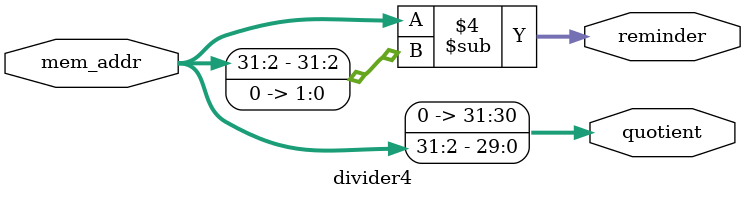
<source format=sv>
`timescale 1ns/10ps
module divider4(
				mem_addr,
				
				reminder,
				quotient
				);
parameter DATA_SIZE  =32;
				
input    [31:0]mem_addr;

output logic [DATA_SIZE-1:0] reminder;
output logic [DATA_SIZE-1:0] quotient;

always_comb
begin
	quotient=unsigned'(mem_addr)>>2;
	reminder=mem_addr-(unsigned'(quotient)<<2);
end
endmodule
</source>
